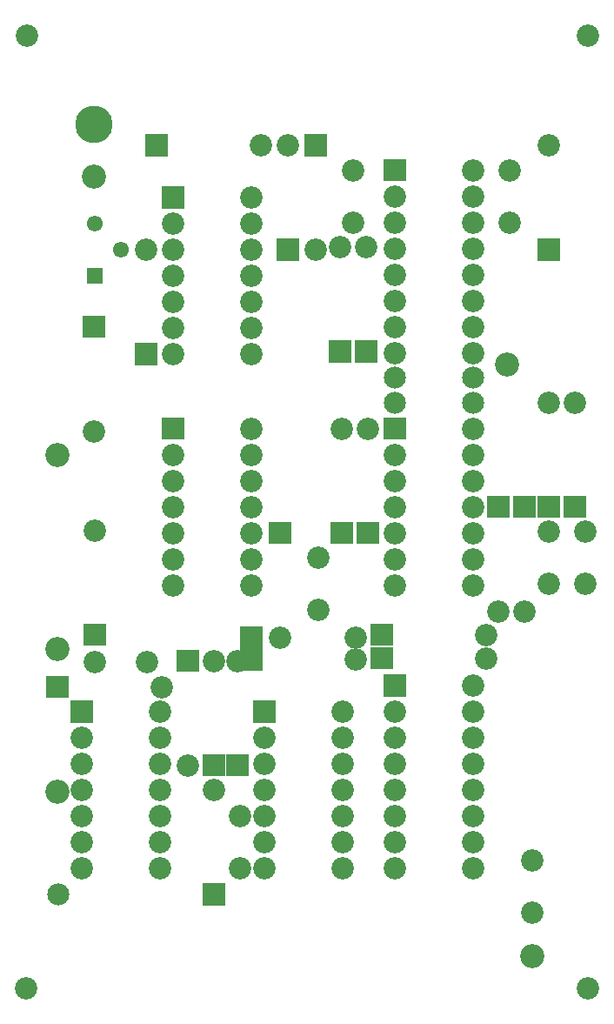
<source format=gbr>
G04 start of page 6 for group 2 layer_idx 10 *
G04 Title: (unknown), top_mask *
G04 Creator: pcb-rnd 2.1.0 *
G04 CreationDate: 2018-12-10 02:10:37 UTC *
G04 For: oscar *
G04 Format: Gerber/RS-274X *
G04 PCB-Dimensions: 244800 394800 *
G04 PCB-Coordinate-Origin: lower left *
%MOIN*%
%FSLAX25Y25*%
%LNTOPMASK*%
%ADD236C,0.0847*%
%ADD235C,0.0610*%
%ADD234C,0.1438*%
%ADD233C,0.0926*%
%ADD232C,0.0860*%
%ADD231C,0.0001*%
G54D231*G36*
X38200Y145000D02*Y153600D01*
X46800D01*
Y145000D01*
X38200D01*
G37*
G54D232*X42500Y189300D03*
Y138800D03*
G54D233*X28000Y143800D03*
G54D231*G36*
X33200Y124100D02*X41800D01*
Y115500D01*
X33200D01*
Y124100D01*
G37*
G54D232*X37500Y109800D03*
Y99800D03*
Y89800D03*
G54D233*X28000Y89300D03*
G54D231*G36*
X23700Y133600D02*X32300D01*
Y125000D01*
X23700D01*
Y133600D01*
G37*
G36*
X46300Y271600D02*Y263000D01*
X37700D01*
Y271600D01*
X46300D01*
G37*
G54D232*X42000Y227300D03*
G54D233*X28000Y218300D03*
G54D234*X42000Y344800D03*
G54D233*Y324800D03*
G54D232*X16500Y378800D03*
G54D231*G36*
X45550Y283750D02*X39450D01*
Y289850D01*
X45550D01*
Y283750D01*
G37*
G54D235*X52500Y296800D03*
X42500Y306800D03*
G54D232*X67500Y119800D03*
Y109800D03*
Y99800D03*
X68000Y129300D03*
G54D231*G36*
X103200Y124100D02*X111800D01*
Y115500D01*
X103200D01*
Y124100D01*
G37*
G54D232*X137500Y119800D03*
X107500Y109800D03*
X137500D03*
X107500Y99800D03*
G54D231*G36*
X98200Y144100D02*X106800D01*
Y135500D01*
X98200D01*
Y144100D01*
G37*
G36*
Y152600D02*X106800D01*
Y144000D01*
X98200D01*
Y152600D01*
G37*
G54D232*X88000Y139300D03*
G54D231*G36*
X82300Y143600D02*Y135000D01*
X73700D01*
Y143600D01*
X82300D01*
G37*
G54D232*X97000Y139300D03*
X116500Y336800D03*
G54D231*G36*
X131300Y341100D02*Y332500D01*
X122700D01*
Y341100D01*
X131300D01*
G37*
G36*
X112200Y292500D02*Y301100D01*
X120800D01*
Y292500D01*
X112200D01*
G37*
G54D232*X127000Y296800D03*
X136500Y297800D03*
X146500D03*
X141500Y307300D03*
Y327300D03*
X137500Y99800D03*
X142500Y139800D03*
Y148300D03*
G54D231*G36*
X132700Y184000D02*Y192600D01*
X141300D01*
Y184000D01*
X132700D01*
G37*
G54D232*X113500Y148300D03*
X128000Y178800D03*
Y158800D03*
X137000Y228300D03*
G54D231*G36*
X132200Y253500D02*Y262100D01*
X140800D01*
Y253500D01*
X132200D01*
G37*
G36*
X142200D02*Y262100D01*
X150800D01*
Y253500D01*
X142200D01*
G37*
G36*
X142700Y184000D02*Y192600D01*
X151300D01*
Y184000D01*
X142700D01*
G37*
G36*
X117800Y192600D02*Y184000D01*
X109200D01*
Y192600D01*
X117800D01*
G37*
G54D232*X147000Y228300D03*
G54D231*G36*
X153200Y232600D02*X161800D01*
Y224000D01*
X153200D01*
Y232600D01*
G37*
G54D232*X157500Y218300D03*
Y208300D03*
G54D236*Y238300D03*
G54D232*Y198300D03*
Y188300D03*
Y178300D03*
Y168300D03*
G54D231*G36*
X153200Y134100D02*X161800D01*
Y125500D01*
X153200D01*
Y134100D01*
G37*
G54D232*X157500Y119800D03*
Y109800D03*
Y99800D03*
G54D231*G36*
X148200Y153600D02*X156800D01*
Y145000D01*
X148200D01*
Y153600D01*
G37*
G36*
Y144600D02*X156800D01*
Y136000D01*
X148200D01*
Y144600D01*
G37*
G36*
X153200Y331600D02*X161800D01*
Y323000D01*
X153200D01*
Y331600D01*
G37*
G54D232*X157500Y317300D03*
Y307300D03*
Y297300D03*
Y287300D03*
Y277300D03*
Y267300D03*
Y257300D03*
G54D236*Y247800D03*
G54D232*X187500Y228300D03*
Y218300D03*
Y208300D03*
G54D231*G36*
X201300Y202600D02*Y194000D01*
X192700D01*
Y202600D01*
X201300D01*
G37*
G54D232*X197000Y158300D03*
G54D231*G36*
X211300Y202600D02*Y194000D01*
X202700D01*
Y202600D01*
X211300D01*
G37*
G54D232*X207000Y158300D03*
X192500Y149300D03*
Y140300D03*
G54D231*G36*
X212200Y194000D02*Y202600D01*
X220800D01*
Y194000D01*
X212200D01*
G37*
G54D232*X216500Y238300D03*
G54D233*X200500Y252800D03*
G54D236*X187500Y247800D03*
Y238300D03*
G54D231*G36*
X222200Y194000D02*Y202600D01*
X230800D01*
Y194000D01*
X222200D01*
G37*
G54D232*X230500Y168800D03*
Y188800D03*
X216500Y168800D03*
Y188800D03*
X226500Y238300D03*
X187500Y198300D03*
Y188300D03*
Y178300D03*
Y168300D03*
Y129800D03*
Y119800D03*
Y109800D03*
Y99800D03*
Y327300D03*
X216500Y336800D03*
X201500Y327300D03*
X231500Y378800D03*
X187500Y317300D03*
Y307300D03*
G54D231*G36*
X212200Y292500D02*Y301100D01*
X220800D01*
Y292500D01*
X212200D01*
G37*
G54D232*X201500Y307300D03*
X187500Y297300D03*
Y287300D03*
Y277300D03*
Y267300D03*
Y257300D03*
X67500Y89800D03*
X88000D03*
X107500D03*
Y79800D03*
Y69800D03*
X98000Y79800D03*
X137500Y89800D03*
Y79800D03*
Y69800D03*
X107500Y59800D03*
X98000D03*
X137500D03*
X157500Y89800D03*
Y79800D03*
Y69800D03*
Y59800D03*
X187500Y89800D03*
Y79800D03*
Y69800D03*
Y59800D03*
X210000Y42800D03*
Y62800D03*
X231500Y13800D03*
G54D233*X210000Y26300D03*
G54D232*X37500Y79800D03*
G54D231*G36*
X68200Y232600D02*X76800D01*
Y224000D01*
X68200D01*
Y232600D01*
G37*
G54D232*X102500Y228300D03*
X72500Y218300D03*
X102500D03*
X67500Y79800D03*
G54D231*G36*
X83700Y95000D02*Y103600D01*
X92300D01*
Y95000D01*
X83700D01*
G37*
G54D232*X78000Y99300D03*
G54D231*G36*
X92700Y95000D02*Y103600D01*
X101300D01*
Y95000D01*
X92700D01*
G37*
G54D232*X67500Y69800D03*
Y59800D03*
G54D231*G36*
X83700Y45500D02*Y54100D01*
X92300D01*
Y45500D01*
X83700D01*
G37*
G36*
X68200Y321100D02*X76800D01*
Y312500D01*
X68200D01*
Y321100D01*
G37*
G54D232*X72500Y306800D03*
Y296800D03*
Y286800D03*
Y276800D03*
Y266800D03*
Y208300D03*
Y256800D03*
G54D231*G36*
X61700Y341100D02*X70300D01*
Y332500D01*
X61700D01*
Y341100D01*
G37*
G36*
X57700Y252500D02*Y261100D01*
X66300D01*
Y252500D01*
X57700D01*
G37*
G54D232*X62000Y296800D03*
X102500Y316800D03*
Y306800D03*
Y296800D03*
Y286800D03*
Y276800D03*
Y266800D03*
Y208300D03*
Y256800D03*
X106000Y336800D03*
X72500Y198300D03*
Y188300D03*
Y178300D03*
Y168300D03*
X62500Y138800D03*
X102500Y198300D03*
Y188300D03*
Y178300D03*
Y168300D03*
X37500Y69800D03*
Y59800D03*
G54D236*X28500Y49800D03*
G54D232*X16000Y13800D03*
M02*

</source>
